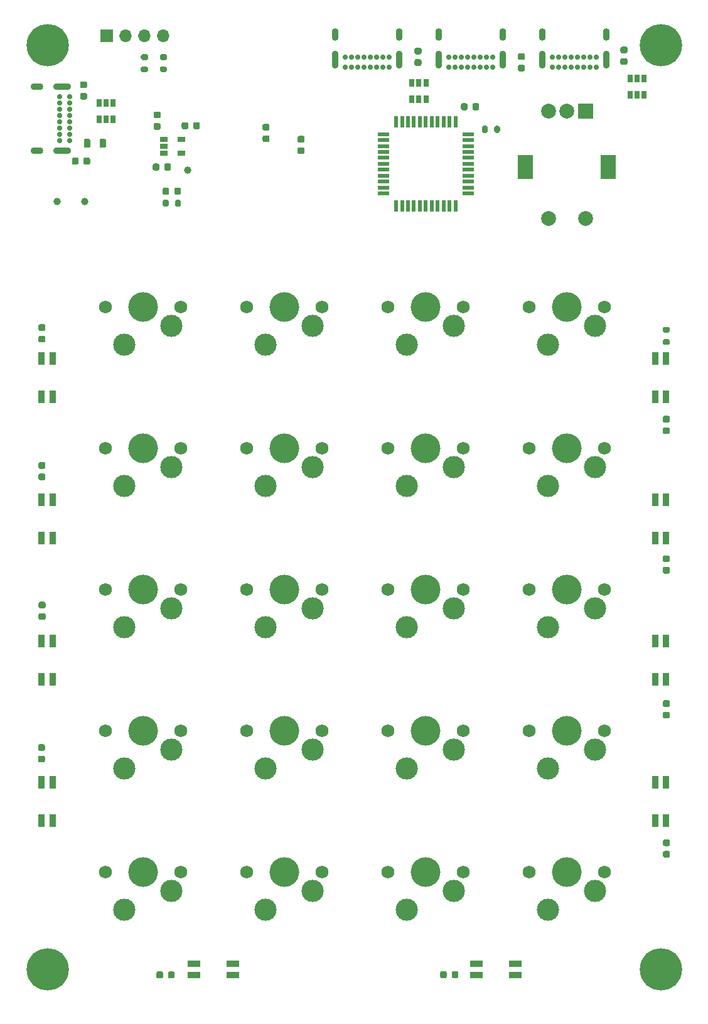
<source format=gbr>
%TF.GenerationSoftware,KiCad,Pcbnew,(5.1.8)-1*%
%TF.CreationDate,2022-08-08T09:51:38+10:00*%
%TF.ProjectId,Macropad,4d616372-6f70-4616-942e-6b696361645f,rev?*%
%TF.SameCoordinates,Original*%
%TF.FileFunction,Soldermask,Top*%
%TF.FilePolarity,Negative*%
%FSLAX46Y46*%
G04 Gerber Fmt 4.6, Leading zero omitted, Abs format (unit mm)*
G04 Created by KiCad (PCBNEW (5.1.8)-1) date 2022-08-08 09:51:38*
%MOMM*%
%LPD*%
G01*
G04 APERTURE LIST*
%ADD10R,0.820000X1.800000*%
%ADD11R,1.800000X0.820000*%
%ADD12C,1.000000*%
%ADD13R,0.650000X1.060000*%
%ADD14O,0.900000X1.700000*%
%ADD15O,0.900000X2.400000*%
%ADD16C,0.700000*%
%ADD17C,4.000000*%
%ADD18C,1.750000*%
%ADD19C,3.000000*%
%ADD20R,1.500000X0.550000*%
%ADD21R,0.550000X1.500000*%
%ADD22O,1.700000X0.900000*%
%ADD23O,2.400000X0.900000*%
%ADD24R,1.000000X0.700000*%
%ADD25C,2.000000*%
%ADD26R,2.000000X3.200000*%
%ADD27R,2.000000X2.000000*%
%ADD28O,1.700000X1.700000*%
%ADD29R,1.700000X1.700000*%
%ADD30C,5.700000*%
G04 APERTURE END LIST*
%TO.C,R2*%
G36*
G01*
X63180000Y-83765000D02*
X63180000Y-84315000D01*
G75*
G02*
X62980000Y-84515000I-200000J0D01*
G01*
X62580000Y-84515000D01*
G75*
G02*
X62380000Y-84315000I0J200000D01*
G01*
X62380000Y-83765000D01*
G75*
G02*
X62580000Y-83565000I200000J0D01*
G01*
X62980000Y-83565000D01*
G75*
G02*
X63180000Y-83765000I0J-200000D01*
G01*
G37*
G36*
G01*
X64830000Y-83765000D02*
X64830000Y-84315000D01*
G75*
G02*
X64630000Y-84515000I-200000J0D01*
G01*
X64230000Y-84515000D01*
G75*
G02*
X64030000Y-84315000I0J200000D01*
G01*
X64030000Y-83765000D01*
G75*
G02*
X64230000Y-83565000I200000J0D01*
G01*
X64630000Y-83565000D01*
G75*
G02*
X64830000Y-83765000I0J-200000D01*
G01*
G37*
%TD*%
%TO.C,C30*%
G36*
G01*
X66475000Y-73825000D02*
X66475000Y-73325000D01*
G75*
G02*
X66700000Y-73100000I225000J0D01*
G01*
X67150000Y-73100000D01*
G75*
G02*
X67375000Y-73325000I0J-225000D01*
G01*
X67375000Y-73825000D01*
G75*
G02*
X67150000Y-74050000I-225000J0D01*
G01*
X66700000Y-74050000D01*
G75*
G02*
X66475000Y-73825000I0J225000D01*
G01*
G37*
G36*
G01*
X64925000Y-73825000D02*
X64925000Y-73325000D01*
G75*
G02*
X65150000Y-73100000I225000J0D01*
G01*
X65600000Y-73100000D01*
G75*
G02*
X65825000Y-73325000I0J-225000D01*
G01*
X65825000Y-73825000D01*
G75*
G02*
X65600000Y-74050000I-225000J0D01*
G01*
X65150000Y-74050000D01*
G75*
G02*
X64925000Y-73825000I0J225000D01*
G01*
G37*
%TD*%
%TO.C,C28*%
G36*
G01*
X130050000Y-133075000D02*
X130550000Y-133075000D01*
G75*
G02*
X130775000Y-133300000I0J-225000D01*
G01*
X130775000Y-133750000D01*
G75*
G02*
X130550000Y-133975000I-225000J0D01*
G01*
X130050000Y-133975000D01*
G75*
G02*
X129825000Y-133750000I0J225000D01*
G01*
X129825000Y-133300000D01*
G75*
G02*
X130050000Y-133075000I225000J0D01*
G01*
G37*
G36*
G01*
X130050000Y-131525000D02*
X130550000Y-131525000D01*
G75*
G02*
X130775000Y-131750000I0J-225000D01*
G01*
X130775000Y-132200000D01*
G75*
G02*
X130550000Y-132425000I-225000J0D01*
G01*
X130050000Y-132425000D01*
G75*
G02*
X129825000Y-132200000I0J225000D01*
G01*
X129825000Y-131750000D01*
G75*
G02*
X130050000Y-131525000I225000J0D01*
G01*
G37*
%TD*%
D10*
%TO.C,D50*%
X46049500Y-104969000D03*
X47549500Y-104969000D03*
X47549500Y-110169000D03*
X46049500Y-110169000D03*
%TD*%
%TO.C,D49*%
X130290000Y-162119000D03*
X128790000Y-162119000D03*
X128790000Y-167319000D03*
X130290000Y-167319000D03*
%TD*%
%TO.C,D48*%
X46049500Y-129219000D03*
X47549500Y-129219000D03*
X47549500Y-124019000D03*
X46049500Y-124019000D03*
%TD*%
%TO.C,D47*%
X130290000Y-143069000D03*
X128790000Y-143069000D03*
X128790000Y-148269000D03*
X130290000Y-148269000D03*
%TD*%
%TO.C,D42*%
X46049500Y-148269000D03*
X47549500Y-148269000D03*
X47549500Y-143069000D03*
X46049500Y-143069000D03*
%TD*%
%TO.C,D41*%
X130290000Y-124019000D03*
X128790000Y-124019000D03*
X128790000Y-129219000D03*
X130290000Y-129219000D03*
%TD*%
%TO.C,D36*%
X46049500Y-167319000D03*
X47549500Y-167319000D03*
X47549500Y-162119000D03*
X46049500Y-162119000D03*
%TD*%
%TO.C,D35*%
X130290000Y-104969000D03*
X128790000Y-104969000D03*
X128790000Y-110169000D03*
X130290000Y-110169000D03*
%TD*%
D11*
%TO.C,D30*%
X71815000Y-188075000D03*
X71815000Y-186575000D03*
X66615000Y-186575000D03*
X66615000Y-188075000D03*
%TD*%
%TO.C,D24*%
X109915000Y-188075000D03*
X109915000Y-186575000D03*
X104715000Y-186575000D03*
X104715000Y-188075000D03*
%TD*%
%TO.C,R17*%
G36*
G01*
X62750000Y-64725000D02*
X62200000Y-64725000D01*
G75*
G02*
X62000000Y-64525000I0J200000D01*
G01*
X62000000Y-64125000D01*
G75*
G02*
X62200000Y-63925000I200000J0D01*
G01*
X62750000Y-63925000D01*
G75*
G02*
X62950000Y-64125000I0J-200000D01*
G01*
X62950000Y-64525000D01*
G75*
G02*
X62750000Y-64725000I-200000J0D01*
G01*
G37*
G36*
G01*
X62750000Y-66375000D02*
X62200000Y-66375000D01*
G75*
G02*
X62000000Y-66175000I0J200000D01*
G01*
X62000000Y-65775000D01*
G75*
G02*
X62200000Y-65575000I200000J0D01*
G01*
X62750000Y-65575000D01*
G75*
G02*
X62950000Y-65775000I0J-200000D01*
G01*
X62950000Y-66175000D01*
G75*
G02*
X62750000Y-66375000I-200000J0D01*
G01*
G37*
%TD*%
%TO.C,R12*%
G36*
G01*
X60175000Y-64725000D02*
X59625000Y-64725000D01*
G75*
G02*
X59425000Y-64525000I0J200000D01*
G01*
X59425000Y-64125000D01*
G75*
G02*
X59625000Y-63925000I200000J0D01*
G01*
X60175000Y-63925000D01*
G75*
G02*
X60375000Y-64125000I0J-200000D01*
G01*
X60375000Y-64525000D01*
G75*
G02*
X60175000Y-64725000I-200000J0D01*
G01*
G37*
G36*
G01*
X60175000Y-66375000D02*
X59625000Y-66375000D01*
G75*
G02*
X59425000Y-66175000I0J200000D01*
G01*
X59425000Y-65775000D01*
G75*
G02*
X59625000Y-65575000I200000J0D01*
G01*
X60175000Y-65575000D01*
G75*
G02*
X60375000Y-65775000I0J-200000D01*
G01*
X60375000Y-66175000D01*
G75*
G02*
X60175000Y-66375000I-200000J0D01*
G01*
G37*
%TD*%
D12*
%TO.C,TP2*%
X65730000Y-79530000D03*
%TD*%
%TO.C,C16*%
G36*
G01*
X62567400Y-79396400D02*
X62567400Y-78896400D01*
G75*
G02*
X62792400Y-78671400I225000J0D01*
G01*
X63242400Y-78671400D01*
G75*
G02*
X63467400Y-78896400I0J-225000D01*
G01*
X63467400Y-79396400D01*
G75*
G02*
X63242400Y-79621400I-225000J0D01*
G01*
X62792400Y-79621400D01*
G75*
G02*
X62567400Y-79396400I0J225000D01*
G01*
G37*
G36*
G01*
X61017400Y-79396400D02*
X61017400Y-78896400D01*
G75*
G02*
X61242400Y-78671400I225000J0D01*
G01*
X61692400Y-78671400D01*
G75*
G02*
X61917400Y-78896400I0J-225000D01*
G01*
X61917400Y-79396400D01*
G75*
G02*
X61692400Y-79621400I-225000J0D01*
G01*
X61242400Y-79621400D01*
G75*
G02*
X61017400Y-79396400I0J225000D01*
G01*
G37*
%TD*%
D13*
%TO.C,U8*%
X126339600Y-69383000D03*
X127289600Y-69383000D03*
X125389600Y-69383000D03*
X125389600Y-67183000D03*
X126339600Y-67183000D03*
X127289600Y-67183000D03*
%TD*%
%TO.C,U6*%
X96926400Y-67810200D03*
X95976400Y-67810200D03*
X97876400Y-67810200D03*
X97876400Y-70010200D03*
X96926400Y-70010200D03*
X95976400Y-70010200D03*
%TD*%
D14*
%TO.C,J5*%
X99595900Y-61299000D03*
X108245900Y-61299000D03*
D15*
X99595900Y-64679000D03*
X108245900Y-64679000D03*
D16*
X103495900Y-64309000D03*
X100945900Y-64309000D03*
X101795900Y-64309000D03*
X102645900Y-64309000D03*
X106895900Y-64309000D03*
X105195900Y-64309000D03*
X104345900Y-64309000D03*
X106045900Y-64309000D03*
X100945900Y-65659000D03*
X101795900Y-65659000D03*
X102645900Y-65659000D03*
X103495900Y-65659000D03*
X104345900Y-65659000D03*
X105195900Y-65659000D03*
X106045900Y-65659000D03*
X106895900Y-65659000D03*
%TD*%
D17*
%TO.C,SW12*%
X97790000Y-117094000D03*
D18*
X102870000Y-117094000D03*
X92710000Y-117094000D03*
D19*
X101600000Y-119634000D03*
X95250000Y-122174000D03*
%TD*%
D17*
%TO.C,SW7*%
X78740000Y-117094000D03*
D18*
X83820000Y-117094000D03*
X73660000Y-117094000D03*
D19*
X82550000Y-119634000D03*
X76200000Y-122174000D03*
%TD*%
D17*
%TO.C,SW17*%
X116840000Y-117094000D03*
D18*
X121920000Y-117094000D03*
X111760000Y-117094000D03*
D19*
X120650000Y-119634000D03*
X114300000Y-122174000D03*
%TD*%
D17*
%TO.C,SW2*%
X59690000Y-117094000D03*
D18*
X64770000Y-117094000D03*
X54610000Y-117094000D03*
D19*
X63500000Y-119634000D03*
X57150000Y-122174000D03*
%TD*%
%TO.C,C14*%
G36*
G01*
X46320000Y-121390000D02*
X45820000Y-121390000D01*
G75*
G02*
X45595000Y-121165000I0J225000D01*
G01*
X45595000Y-120715000D01*
G75*
G02*
X45820000Y-120490000I225000J0D01*
G01*
X46320000Y-120490000D01*
G75*
G02*
X46545000Y-120715000I0J-225000D01*
G01*
X46545000Y-121165000D01*
G75*
G02*
X46320000Y-121390000I-225000J0D01*
G01*
G37*
G36*
G01*
X46320000Y-119840000D02*
X45820000Y-119840000D01*
G75*
G02*
X45595000Y-119615000I0J225000D01*
G01*
X45595000Y-119165000D01*
G75*
G02*
X45820000Y-118940000I225000J0D01*
G01*
X46320000Y-118940000D01*
G75*
G02*
X46545000Y-119165000I0J-225000D01*
G01*
X46545000Y-119615000D01*
G75*
G02*
X46320000Y-119840000I-225000J0D01*
G01*
G37*
%TD*%
%TO.C,C23*%
G36*
G01*
X46325000Y-102800000D02*
X45825000Y-102800000D01*
G75*
G02*
X45600000Y-102575000I0J225000D01*
G01*
X45600000Y-102125000D01*
G75*
G02*
X45825000Y-101900000I225000J0D01*
G01*
X46325000Y-101900000D01*
G75*
G02*
X46550000Y-102125000I0J-225000D01*
G01*
X46550000Y-102575000D01*
G75*
G02*
X46325000Y-102800000I-225000J0D01*
G01*
G37*
G36*
G01*
X46325000Y-101250000D02*
X45825000Y-101250000D01*
G75*
G02*
X45600000Y-101025000I0J225000D01*
G01*
X45600000Y-100575000D01*
G75*
G02*
X45825000Y-100350000I225000J0D01*
G01*
X46325000Y-100350000D01*
G75*
G02*
X46550000Y-100575000I0J-225000D01*
G01*
X46550000Y-101025000D01*
G75*
G02*
X46325000Y-101250000I-225000J0D01*
G01*
G37*
%TD*%
D17*
%TO.C,SW16*%
X116840000Y-98044000D03*
D18*
X121920000Y-98044000D03*
X111760000Y-98044000D03*
D19*
X120650000Y-100584000D03*
X114300000Y-103124000D03*
%TD*%
D17*
%TO.C,SW18*%
X116840000Y-136144000D03*
D18*
X121920000Y-136144000D03*
X111760000Y-136144000D03*
D19*
X120650000Y-138684000D03*
X114300000Y-141224000D03*
%TD*%
D17*
%TO.C,SW8*%
X78740000Y-136144000D03*
D18*
X83820000Y-136144000D03*
X73660000Y-136144000D03*
D19*
X82550000Y-138684000D03*
X76200000Y-141224000D03*
%TD*%
D17*
%TO.C,SW11*%
X97790000Y-98044000D03*
D18*
X102870000Y-98044000D03*
X92710000Y-98044000D03*
D19*
X101600000Y-100584000D03*
X95250000Y-103124000D03*
%TD*%
D17*
%TO.C,SW6*%
X78740000Y-98044000D03*
D18*
X83820000Y-98044000D03*
X73660000Y-98044000D03*
D19*
X82550000Y-100584000D03*
X76200000Y-103124000D03*
%TD*%
D17*
%TO.C,SW13*%
X97790000Y-136144000D03*
D18*
X102870000Y-136144000D03*
X92710000Y-136144000D03*
D19*
X101600000Y-138684000D03*
X95250000Y-141224000D03*
%TD*%
D17*
%TO.C,SW3*%
X59690000Y-136144000D03*
D18*
X64770000Y-136144000D03*
X54610000Y-136144000D03*
D19*
X63500000Y-138684000D03*
X57150000Y-141224000D03*
%TD*%
D17*
%TO.C,SW1*%
X59690000Y-98044000D03*
D18*
X64770000Y-98044000D03*
X54610000Y-98044000D03*
D19*
X63500000Y-100584000D03*
X57150000Y-103124000D03*
%TD*%
%TO.C,C39*%
G36*
G01*
X111004160Y-64706320D02*
X110504160Y-64706320D01*
G75*
G02*
X110279160Y-64481320I0J225000D01*
G01*
X110279160Y-64031320D01*
G75*
G02*
X110504160Y-63806320I225000J0D01*
G01*
X111004160Y-63806320D01*
G75*
G02*
X111229160Y-64031320I0J-225000D01*
G01*
X111229160Y-64481320D01*
G75*
G02*
X111004160Y-64706320I-225000J0D01*
G01*
G37*
G36*
G01*
X111004160Y-66256320D02*
X110504160Y-66256320D01*
G75*
G02*
X110279160Y-66031320I0J225000D01*
G01*
X110279160Y-65581320D01*
G75*
G02*
X110504160Y-65356320I225000J0D01*
G01*
X111004160Y-65356320D01*
G75*
G02*
X111229160Y-65581320I0J-225000D01*
G01*
X111229160Y-66031320D01*
G75*
G02*
X111004160Y-66256320I-225000J0D01*
G01*
G37*
%TD*%
%TO.C,C46*%
G36*
G01*
X124837000Y-63810000D02*
X124337000Y-63810000D01*
G75*
G02*
X124112000Y-63585000I0J225000D01*
G01*
X124112000Y-63135000D01*
G75*
G02*
X124337000Y-62910000I225000J0D01*
G01*
X124837000Y-62910000D01*
G75*
G02*
X125062000Y-63135000I0J-225000D01*
G01*
X125062000Y-63585000D01*
G75*
G02*
X124837000Y-63810000I-225000J0D01*
G01*
G37*
G36*
G01*
X124837000Y-65360000D02*
X124337000Y-65360000D01*
G75*
G02*
X124112000Y-65135000I0J225000D01*
G01*
X124112000Y-64685000D01*
G75*
G02*
X124337000Y-64460000I225000J0D01*
G01*
X124837000Y-64460000D01*
G75*
G02*
X125062000Y-64685000I0J-225000D01*
G01*
X125062000Y-65135000D01*
G75*
G02*
X124837000Y-65360000I-225000J0D01*
G01*
G37*
%TD*%
%TO.C,C45*%
G36*
G01*
X97054480Y-63954480D02*
X96554480Y-63954480D01*
G75*
G02*
X96329480Y-63729480I0J225000D01*
G01*
X96329480Y-63279480D01*
G75*
G02*
X96554480Y-63054480I225000J0D01*
G01*
X97054480Y-63054480D01*
G75*
G02*
X97279480Y-63279480I0J-225000D01*
G01*
X97279480Y-63729480D01*
G75*
G02*
X97054480Y-63954480I-225000J0D01*
G01*
G37*
G36*
G01*
X97054480Y-65504480D02*
X96554480Y-65504480D01*
G75*
G02*
X96329480Y-65279480I0J225000D01*
G01*
X96329480Y-64829480D01*
G75*
G02*
X96554480Y-64604480I225000J0D01*
G01*
X97054480Y-64604480D01*
G75*
G02*
X97279480Y-64829480I0J-225000D01*
G01*
X97279480Y-65279480D01*
G75*
G02*
X97054480Y-65504480I-225000J0D01*
G01*
G37*
%TD*%
%TO.C,C38*%
G36*
G01*
X76051600Y-74887000D02*
X76551600Y-74887000D01*
G75*
G02*
X76776600Y-75112000I0J-225000D01*
G01*
X76776600Y-75562000D01*
G75*
G02*
X76551600Y-75787000I-225000J0D01*
G01*
X76051600Y-75787000D01*
G75*
G02*
X75826600Y-75562000I0J225000D01*
G01*
X75826600Y-75112000D01*
G75*
G02*
X76051600Y-74887000I225000J0D01*
G01*
G37*
G36*
G01*
X76051600Y-73337000D02*
X76551600Y-73337000D01*
G75*
G02*
X76776600Y-73562000I0J-225000D01*
G01*
X76776600Y-74012000D01*
G75*
G02*
X76551600Y-74237000I-225000J0D01*
G01*
X76051600Y-74237000D01*
G75*
G02*
X75826600Y-74012000I0J225000D01*
G01*
X75826600Y-73562000D01*
G75*
G02*
X76051600Y-73337000I225000J0D01*
G01*
G37*
%TD*%
%TO.C,C37*%
G36*
G01*
X81276000Y-75849600D02*
X80776000Y-75849600D01*
G75*
G02*
X80551000Y-75624600I0J225000D01*
G01*
X80551000Y-75174600D01*
G75*
G02*
X80776000Y-74949600I225000J0D01*
G01*
X81276000Y-74949600D01*
G75*
G02*
X81501000Y-75174600I0J-225000D01*
G01*
X81501000Y-75624600D01*
G75*
G02*
X81276000Y-75849600I-225000J0D01*
G01*
G37*
G36*
G01*
X81276000Y-77399600D02*
X80776000Y-77399600D01*
G75*
G02*
X80551000Y-77174600I0J225000D01*
G01*
X80551000Y-76724600D01*
G75*
G02*
X80776000Y-76499600I225000J0D01*
G01*
X81276000Y-76499600D01*
G75*
G02*
X81501000Y-76724600I0J-225000D01*
G01*
X81501000Y-77174600D01*
G75*
G02*
X81276000Y-77399600I-225000J0D01*
G01*
G37*
%TD*%
D20*
%TO.C,U5*%
X92150960Y-74714600D03*
X92150960Y-75514600D03*
X92150960Y-76314600D03*
X92150960Y-77114600D03*
X92150960Y-77914600D03*
X92150960Y-78714600D03*
X92150960Y-79514600D03*
X92150960Y-80314600D03*
X92150960Y-81114600D03*
X92150960Y-81914600D03*
X92150960Y-82714600D03*
D21*
X93850960Y-84414600D03*
X94650960Y-84414600D03*
X95450960Y-84414600D03*
X96250960Y-84414600D03*
X97050960Y-84414600D03*
X97850960Y-84414600D03*
X98650960Y-84414600D03*
X99450960Y-84414600D03*
X100250960Y-84414600D03*
X101050960Y-84414600D03*
X101850960Y-84414600D03*
D20*
X103550960Y-82714600D03*
X103550960Y-81914600D03*
X103550960Y-81114600D03*
X103550960Y-80314600D03*
X103550960Y-79514600D03*
X103550960Y-78714600D03*
X103550960Y-77914600D03*
X103550960Y-77114600D03*
X103550960Y-76314600D03*
X103550960Y-75514600D03*
X103550960Y-74714600D03*
D21*
X101850960Y-73014600D03*
X101050960Y-73014600D03*
X100250960Y-73014600D03*
X99450960Y-73014600D03*
X98650960Y-73014600D03*
X97850960Y-73014600D03*
X97050960Y-73014600D03*
X96250960Y-73014600D03*
X95450960Y-73014600D03*
X94650960Y-73014600D03*
X93850960Y-73014600D03*
%TD*%
D13*
%TO.C,U2*%
X54737000Y-70528000D03*
X53787000Y-70528000D03*
X55687000Y-70528000D03*
X55687000Y-72728000D03*
X54737000Y-72728000D03*
X53787000Y-72728000D03*
%TD*%
D14*
%TO.C,J6*%
X113565900Y-61299000D03*
X122215900Y-61299000D03*
D15*
X113565900Y-64679000D03*
X122215900Y-64679000D03*
D16*
X117465900Y-64309000D03*
X114915900Y-64309000D03*
X115765900Y-64309000D03*
X116615900Y-64309000D03*
X120865900Y-64309000D03*
X119165900Y-64309000D03*
X118315900Y-64309000D03*
X120015900Y-64309000D03*
X114915900Y-65659000D03*
X115765900Y-65659000D03*
X116615900Y-65659000D03*
X117465900Y-65659000D03*
X118315900Y-65659000D03*
X119165900Y-65659000D03*
X120015900Y-65659000D03*
X120865900Y-65659000D03*
%TD*%
D14*
%TO.C,J4*%
X85625900Y-61299000D03*
X94275900Y-61299000D03*
D15*
X85625900Y-64679000D03*
X94275900Y-64679000D03*
D16*
X89525900Y-64309000D03*
X86975900Y-64309000D03*
X87825900Y-64309000D03*
X88675900Y-64309000D03*
X92925900Y-64309000D03*
X91225900Y-64309000D03*
X90375900Y-64309000D03*
X92075900Y-64309000D03*
X86975900Y-65659000D03*
X87825900Y-65659000D03*
X88675900Y-65659000D03*
X89525900Y-65659000D03*
X90375900Y-65659000D03*
X91225900Y-65659000D03*
X92075900Y-65659000D03*
X92925900Y-65659000D03*
%TD*%
D22*
%TO.C,J1*%
X45424000Y-68328500D03*
X45424000Y-76978500D03*
D23*
X48804000Y-68328500D03*
X48804000Y-76978500D03*
D16*
X48434000Y-72228500D03*
X48434000Y-69678500D03*
X48434000Y-70528500D03*
X48434000Y-71378500D03*
X48434000Y-75628500D03*
X48434000Y-73928500D03*
X48434000Y-73078500D03*
X48434000Y-74778500D03*
X49784000Y-69678500D03*
X49784000Y-70528500D03*
X49784000Y-71378500D03*
X49784000Y-72228500D03*
X49784000Y-73078500D03*
X49784000Y-73928500D03*
X49784000Y-74778500D03*
X49784000Y-75628500D03*
%TD*%
%TO.C,FB2*%
G36*
G01*
X52609100Y-75564750D02*
X52609100Y-76327250D01*
G75*
G02*
X52390350Y-76546000I-218750J0D01*
G01*
X51952850Y-76546000D01*
G75*
G02*
X51734100Y-76327250I0J218750D01*
G01*
X51734100Y-75564750D01*
G75*
G02*
X51952850Y-75346000I218750J0D01*
G01*
X52390350Y-75346000D01*
G75*
G02*
X52609100Y-75564750I0J-218750D01*
G01*
G37*
G36*
G01*
X54734100Y-75564750D02*
X54734100Y-76327250D01*
G75*
G02*
X54515350Y-76546000I-218750J0D01*
G01*
X54077850Y-76546000D01*
G75*
G02*
X53859100Y-76327250I0J218750D01*
G01*
X53859100Y-75564750D01*
G75*
G02*
X54077850Y-75346000I218750J0D01*
G01*
X54515350Y-75346000D01*
G75*
G02*
X54734100Y-75564750I0J-218750D01*
G01*
G37*
%TD*%
%TO.C,D1*%
G36*
G01*
X63932500Y-82666250D02*
X63932500Y-82153750D01*
G75*
G02*
X64151250Y-81935000I218750J0D01*
G01*
X64588750Y-81935000D01*
G75*
G02*
X64807500Y-82153750I0J-218750D01*
G01*
X64807500Y-82666250D01*
G75*
G02*
X64588750Y-82885000I-218750J0D01*
G01*
X64151250Y-82885000D01*
G75*
G02*
X63932500Y-82666250I0J218750D01*
G01*
G37*
G36*
G01*
X62357500Y-82666250D02*
X62357500Y-82153750D01*
G75*
G02*
X62576250Y-81935000I218750J0D01*
G01*
X63013750Y-81935000D01*
G75*
G02*
X63232500Y-82153750I0J-218750D01*
G01*
X63232500Y-82666250D01*
G75*
G02*
X63013750Y-82885000I-218750J0D01*
G01*
X62576250Y-82885000D01*
G75*
G02*
X62357500Y-82666250I0J218750D01*
G01*
G37*
%TD*%
%TO.C,C3*%
G36*
G01*
X61870400Y-72573000D02*
X61370400Y-72573000D01*
G75*
G02*
X61145400Y-72348000I0J225000D01*
G01*
X61145400Y-71898000D01*
G75*
G02*
X61370400Y-71673000I225000J0D01*
G01*
X61870400Y-71673000D01*
G75*
G02*
X62095400Y-71898000I0J-225000D01*
G01*
X62095400Y-72348000D01*
G75*
G02*
X61870400Y-72573000I-225000J0D01*
G01*
G37*
G36*
G01*
X61870400Y-74123000D02*
X61370400Y-74123000D01*
G75*
G02*
X61145400Y-73898000I0J225000D01*
G01*
X61145400Y-73448000D01*
G75*
G02*
X61370400Y-73223000I225000J0D01*
G01*
X61870400Y-73223000D01*
G75*
G02*
X62095400Y-73448000I0J-225000D01*
G01*
X62095400Y-73898000D01*
G75*
G02*
X61870400Y-74123000I-225000J0D01*
G01*
G37*
%TD*%
%TO.C,C2*%
G36*
G01*
X51950000Y-70050000D02*
X51450000Y-70050000D01*
G75*
G02*
X51225000Y-69825000I0J225000D01*
G01*
X51225000Y-69375000D01*
G75*
G02*
X51450000Y-69150000I225000J0D01*
G01*
X51950000Y-69150000D01*
G75*
G02*
X52175000Y-69375000I0J-225000D01*
G01*
X52175000Y-69825000D01*
G75*
G02*
X51950000Y-70050000I-225000J0D01*
G01*
G37*
G36*
G01*
X51950000Y-68500000D02*
X51450000Y-68500000D01*
G75*
G02*
X51225000Y-68275000I0J225000D01*
G01*
X51225000Y-67825000D01*
G75*
G02*
X51450000Y-67600000I225000J0D01*
G01*
X51950000Y-67600000D01*
G75*
G02*
X52175000Y-67825000I0J-225000D01*
G01*
X52175000Y-68275000D01*
G75*
G02*
X51950000Y-68500000I-225000J0D01*
G01*
G37*
%TD*%
%TO.C,C1*%
G36*
G01*
X51025000Y-78100000D02*
X51025000Y-78600000D01*
G75*
G02*
X50800000Y-78825000I-225000J0D01*
G01*
X50350000Y-78825000D01*
G75*
G02*
X50125000Y-78600000I0J225000D01*
G01*
X50125000Y-78100000D01*
G75*
G02*
X50350000Y-77875000I225000J0D01*
G01*
X50800000Y-77875000D01*
G75*
G02*
X51025000Y-78100000I0J-225000D01*
G01*
G37*
G36*
G01*
X52575000Y-78100000D02*
X52575000Y-78600000D01*
G75*
G02*
X52350000Y-78825000I-225000J0D01*
G01*
X51900000Y-78825000D01*
G75*
G02*
X51675000Y-78600000I0J225000D01*
G01*
X51675000Y-78100000D01*
G75*
G02*
X51900000Y-77875000I225000J0D01*
G01*
X52350000Y-77875000D01*
G75*
G02*
X52575000Y-78100000I0J-225000D01*
G01*
G37*
%TD*%
D24*
%TO.C,U1*%
X64922400Y-75417600D03*
X64922400Y-77317600D03*
X62522400Y-77317600D03*
X62522400Y-76367600D03*
X62522400Y-75417600D03*
%TD*%
D12*
%TO.C,TP3*%
X48133000Y-83820000D03*
%TD*%
%TO.C,TP1*%
X51816000Y-83820000D03*
%TD*%
D25*
%TO.C,SW21*%
X114380000Y-86128000D03*
X119380000Y-86128000D03*
D26*
X111280000Y-79128000D03*
X122480000Y-79128000D03*
D25*
X114380000Y-71628000D03*
X116880000Y-71628000D03*
D27*
X119380000Y-71628000D03*
%TD*%
D17*
%TO.C,SW20*%
X116840000Y-174244000D03*
D18*
X121920000Y-174244000D03*
X111760000Y-174244000D03*
D19*
X120650000Y-176784000D03*
X114300000Y-179324000D03*
%TD*%
D17*
%TO.C,SW19*%
X116840000Y-155194000D03*
D18*
X121920000Y-155194000D03*
X111760000Y-155194000D03*
D19*
X120650000Y-157734000D03*
X114300000Y-160274000D03*
%TD*%
D17*
%TO.C,SW15*%
X97790000Y-174244000D03*
D18*
X102870000Y-174244000D03*
X92710000Y-174244000D03*
D19*
X101600000Y-176784000D03*
X95250000Y-179324000D03*
%TD*%
D17*
%TO.C,SW14*%
X97790000Y-155194000D03*
D18*
X102870000Y-155194000D03*
X92710000Y-155194000D03*
D19*
X101600000Y-157734000D03*
X95250000Y-160274000D03*
%TD*%
D17*
%TO.C,SW10*%
X78740000Y-174244000D03*
D18*
X83820000Y-174244000D03*
X73660000Y-174244000D03*
D19*
X82550000Y-176784000D03*
X76200000Y-179324000D03*
%TD*%
D17*
%TO.C,SW9*%
X78740000Y-155194000D03*
D18*
X83820000Y-155194000D03*
X73660000Y-155194000D03*
D19*
X82550000Y-157734000D03*
X76200000Y-160274000D03*
%TD*%
D17*
%TO.C,SW5*%
X59690000Y-174244000D03*
D18*
X64770000Y-174244000D03*
X54610000Y-174244000D03*
D19*
X63500000Y-176784000D03*
X57150000Y-179324000D03*
%TD*%
%TO.C,SW4*%
X57150000Y-160274000D03*
X63500000Y-157734000D03*
D18*
X54610000Y-155194000D03*
X64770000Y-155194000D03*
D17*
X59690000Y-155194000D03*
%TD*%
%TO.C,R19*%
G36*
G01*
X107075000Y-74338800D02*
X107075000Y-73788800D01*
G75*
G02*
X107275000Y-73588800I200000J0D01*
G01*
X107675000Y-73588800D01*
G75*
G02*
X107875000Y-73788800I0J-200000D01*
G01*
X107875000Y-74338800D01*
G75*
G02*
X107675000Y-74538800I-200000J0D01*
G01*
X107275000Y-74538800D01*
G75*
G02*
X107075000Y-74338800I0J200000D01*
G01*
G37*
G36*
G01*
X105425000Y-74338800D02*
X105425000Y-73788800D01*
G75*
G02*
X105625000Y-73588800I200000J0D01*
G01*
X106025000Y-73588800D01*
G75*
G02*
X106225000Y-73788800I0J-200000D01*
G01*
X106225000Y-74338800D01*
G75*
G02*
X106025000Y-74538800I-200000J0D01*
G01*
X105625000Y-74538800D01*
G75*
G02*
X105425000Y-74338800I0J200000D01*
G01*
G37*
%TD*%
%TO.C,R16*%
G36*
G01*
X130027000Y-100693000D02*
X130577000Y-100693000D01*
G75*
G02*
X130777000Y-100893000I0J-200000D01*
G01*
X130777000Y-101293000D01*
G75*
G02*
X130577000Y-101493000I-200000J0D01*
G01*
X130027000Y-101493000D01*
G75*
G02*
X129827000Y-101293000I0J200000D01*
G01*
X129827000Y-100893000D01*
G75*
G02*
X130027000Y-100693000I200000J0D01*
G01*
G37*
G36*
G01*
X130027000Y-102343000D02*
X130577000Y-102343000D01*
G75*
G02*
X130777000Y-102543000I0J-200000D01*
G01*
X130777000Y-102943000D01*
G75*
G02*
X130577000Y-103143000I-200000J0D01*
G01*
X130027000Y-103143000D01*
G75*
G02*
X129827000Y-102943000I0J200000D01*
G01*
X129827000Y-102543000D01*
G75*
G02*
X130027000Y-102343000I200000J0D01*
G01*
G37*
%TD*%
D28*
%TO.C,J2*%
X62471300Y-61455300D03*
X59931300Y-61455300D03*
X57391300Y-61455300D03*
D29*
X54851300Y-61455300D03*
%TD*%
D30*
%TO.C,H4*%
X46863000Y-187325000D03*
%TD*%
%TO.C,H3*%
X129540000Y-187325000D03*
%TD*%
%TO.C,H2*%
X46863000Y-62738000D03*
%TD*%
%TO.C,H1*%
X129540000Y-62738000D03*
%TD*%
%TO.C,C34*%
G36*
G01*
X104150000Y-71275000D02*
X104150000Y-70775000D01*
G75*
G02*
X104375000Y-70550000I225000J0D01*
G01*
X104825000Y-70550000D01*
G75*
G02*
X105050000Y-70775000I0J-225000D01*
G01*
X105050000Y-71275000D01*
G75*
G02*
X104825000Y-71500000I-225000J0D01*
G01*
X104375000Y-71500000D01*
G75*
G02*
X104150000Y-71275000I0J225000D01*
G01*
G37*
G36*
G01*
X102600000Y-71275000D02*
X102600000Y-70775000D01*
G75*
G02*
X102825000Y-70550000I225000J0D01*
G01*
X103275000Y-70550000D01*
G75*
G02*
X103500000Y-70775000I0J-225000D01*
G01*
X103500000Y-71275000D01*
G75*
G02*
X103275000Y-71500000I-225000J0D01*
G01*
X102825000Y-71500000D01*
G75*
G02*
X102600000Y-71275000I0J225000D01*
G01*
G37*
%TD*%
%TO.C,C31*%
G36*
G01*
X102240000Y-187820000D02*
X102240000Y-188320000D01*
G75*
G02*
X102015000Y-188545000I-225000J0D01*
G01*
X101565000Y-188545000D01*
G75*
G02*
X101340000Y-188320000I0J225000D01*
G01*
X101340000Y-187820000D01*
G75*
G02*
X101565000Y-187595000I225000J0D01*
G01*
X102015000Y-187595000D01*
G75*
G02*
X102240000Y-187820000I0J-225000D01*
G01*
G37*
G36*
G01*
X100690000Y-187820000D02*
X100690000Y-188320000D01*
G75*
G02*
X100465000Y-188545000I-225000J0D01*
G01*
X100015000Y-188545000D01*
G75*
G02*
X99790000Y-188320000I0J225000D01*
G01*
X99790000Y-187820000D01*
G75*
G02*
X100015000Y-187595000I225000J0D01*
G01*
X100465000Y-187595000D01*
G75*
G02*
X100690000Y-187820000I0J-225000D01*
G01*
G37*
%TD*%
%TO.C,C25*%
G36*
G01*
X46340000Y-140225000D02*
X45840000Y-140225000D01*
G75*
G02*
X45615000Y-140000000I0J225000D01*
G01*
X45615000Y-139550000D01*
G75*
G02*
X45840000Y-139325000I225000J0D01*
G01*
X46340000Y-139325000D01*
G75*
G02*
X46565000Y-139550000I0J-225000D01*
G01*
X46565000Y-140000000D01*
G75*
G02*
X46340000Y-140225000I-225000J0D01*
G01*
G37*
G36*
G01*
X46340000Y-138675000D02*
X45840000Y-138675000D01*
G75*
G02*
X45615000Y-138450000I0J225000D01*
G01*
X45615000Y-138000000D01*
G75*
G02*
X45840000Y-137775000I225000J0D01*
G01*
X46340000Y-137775000D01*
G75*
G02*
X46565000Y-138000000I0J-225000D01*
G01*
X46565000Y-138450000D01*
G75*
G02*
X46340000Y-138675000I-225000J0D01*
G01*
G37*
%TD*%
%TO.C,C21*%
G36*
G01*
X130075000Y-169825000D02*
X130575000Y-169825000D01*
G75*
G02*
X130800000Y-170050000I0J-225000D01*
G01*
X130800000Y-170500000D01*
G75*
G02*
X130575000Y-170725000I-225000J0D01*
G01*
X130075000Y-170725000D01*
G75*
G02*
X129850000Y-170500000I0J225000D01*
G01*
X129850000Y-170050000D01*
G75*
G02*
X130075000Y-169825000I225000J0D01*
G01*
G37*
G36*
G01*
X130075000Y-171375000D02*
X130575000Y-171375000D01*
G75*
G02*
X130800000Y-171600000I0J-225000D01*
G01*
X130800000Y-172050000D01*
G75*
G02*
X130575000Y-172275000I-225000J0D01*
G01*
X130075000Y-172275000D01*
G75*
G02*
X129850000Y-172050000I0J225000D01*
G01*
X129850000Y-171600000D01*
G75*
G02*
X130075000Y-171375000I225000J0D01*
G01*
G37*
%TD*%
%TO.C,C18*%
G36*
G01*
X130050000Y-151050000D02*
X130550000Y-151050000D01*
G75*
G02*
X130775000Y-151275000I0J-225000D01*
G01*
X130775000Y-151725000D01*
G75*
G02*
X130550000Y-151950000I-225000J0D01*
G01*
X130050000Y-151950000D01*
G75*
G02*
X129825000Y-151725000I0J225000D01*
G01*
X129825000Y-151275000D01*
G75*
G02*
X130050000Y-151050000I225000J0D01*
G01*
G37*
G36*
G01*
X130050000Y-152600000D02*
X130550000Y-152600000D01*
G75*
G02*
X130775000Y-152825000I0J-225000D01*
G01*
X130775000Y-153275000D01*
G75*
G02*
X130550000Y-153500000I-225000J0D01*
G01*
X130050000Y-153500000D01*
G75*
G02*
X129825000Y-153275000I0J225000D01*
G01*
X129825000Y-152825000D01*
G75*
G02*
X130050000Y-152600000I225000J0D01*
G01*
G37*
%TD*%
%TO.C,C12*%
G36*
G01*
X63970000Y-187850000D02*
X63970000Y-188350000D01*
G75*
G02*
X63745000Y-188575000I-225000J0D01*
G01*
X63295000Y-188575000D01*
G75*
G02*
X63070000Y-188350000I0J225000D01*
G01*
X63070000Y-187850000D01*
G75*
G02*
X63295000Y-187625000I225000J0D01*
G01*
X63745000Y-187625000D01*
G75*
G02*
X63970000Y-187850000I0J-225000D01*
G01*
G37*
G36*
G01*
X62420000Y-187850000D02*
X62420000Y-188350000D01*
G75*
G02*
X62195000Y-188575000I-225000J0D01*
G01*
X61745000Y-188575000D01*
G75*
G02*
X61520000Y-188350000I0J225000D01*
G01*
X61520000Y-187850000D01*
G75*
G02*
X61745000Y-187625000I225000J0D01*
G01*
X62195000Y-187625000D01*
G75*
G02*
X62420000Y-187850000I0J-225000D01*
G01*
G37*
%TD*%
%TO.C,C8*%
G36*
G01*
X46270000Y-159440000D02*
X45770000Y-159440000D01*
G75*
G02*
X45545000Y-159215000I0J225000D01*
G01*
X45545000Y-158765000D01*
G75*
G02*
X45770000Y-158540000I225000J0D01*
G01*
X46270000Y-158540000D01*
G75*
G02*
X46495000Y-158765000I0J-225000D01*
G01*
X46495000Y-159215000D01*
G75*
G02*
X46270000Y-159440000I-225000J0D01*
G01*
G37*
G36*
G01*
X46270000Y-157890000D02*
X45770000Y-157890000D01*
G75*
G02*
X45545000Y-157665000I0J225000D01*
G01*
X45545000Y-157215000D01*
G75*
G02*
X45770000Y-156990000I225000J0D01*
G01*
X46270000Y-156990000D01*
G75*
G02*
X46495000Y-157215000I0J-225000D01*
G01*
X46495000Y-157665000D01*
G75*
G02*
X46270000Y-157890000I-225000J0D01*
G01*
G37*
%TD*%
%TO.C,C4*%
G36*
G01*
X130052000Y-114254460D02*
X130552000Y-114254460D01*
G75*
G02*
X130777000Y-114479460I0J-225000D01*
G01*
X130777000Y-114929460D01*
G75*
G02*
X130552000Y-115154460I-225000J0D01*
G01*
X130052000Y-115154460D01*
G75*
G02*
X129827000Y-114929460I0J225000D01*
G01*
X129827000Y-114479460D01*
G75*
G02*
X130052000Y-114254460I225000J0D01*
G01*
G37*
G36*
G01*
X130052000Y-112704460D02*
X130552000Y-112704460D01*
G75*
G02*
X130777000Y-112929460I0J-225000D01*
G01*
X130777000Y-113379460D01*
G75*
G02*
X130552000Y-113604460I-225000J0D01*
G01*
X130052000Y-113604460D01*
G75*
G02*
X129827000Y-113379460I0J225000D01*
G01*
X129827000Y-112929460D01*
G75*
G02*
X130052000Y-112704460I225000J0D01*
G01*
G37*
%TD*%
M02*

</source>
